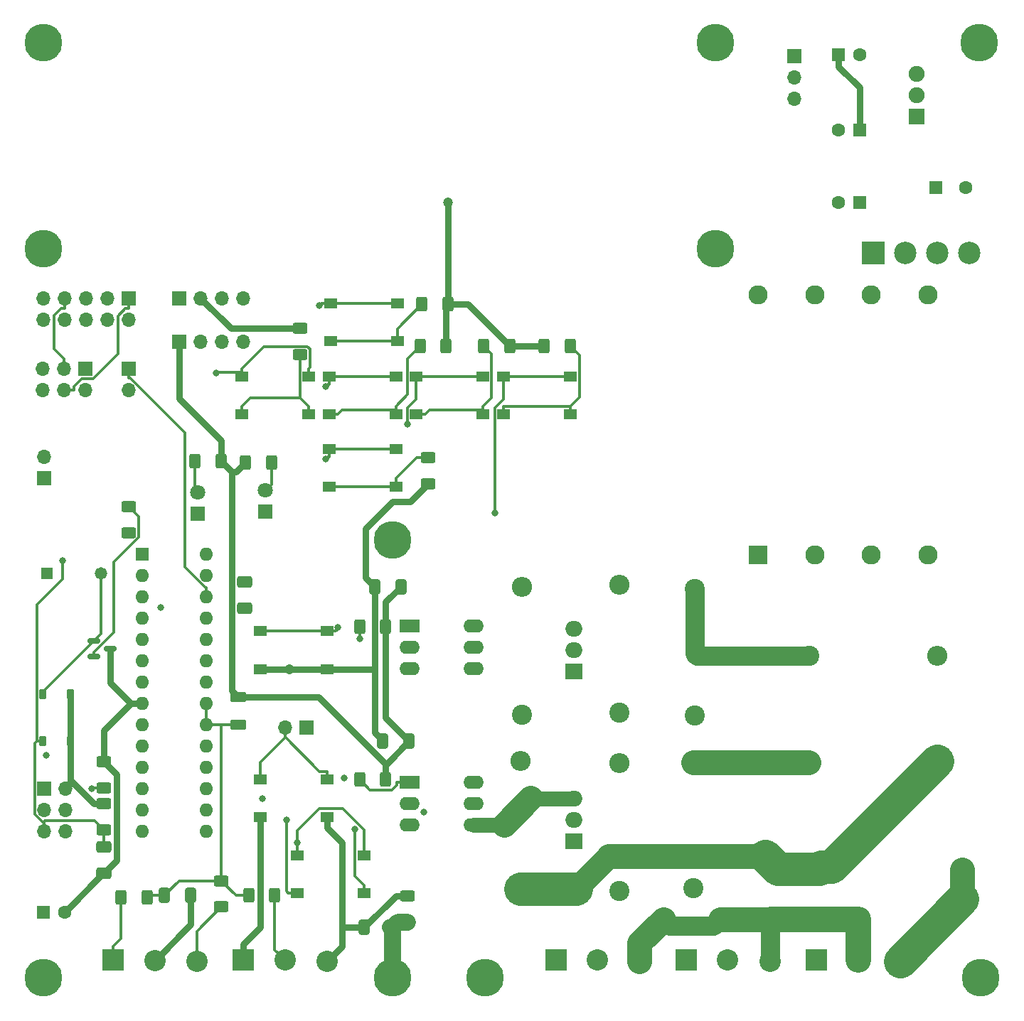
<source format=gbr>
%TF.GenerationSoftware,KiCad,Pcbnew,7.0.9*%
%TF.CreationDate,2025-01-17T20:12:22+02:00*%
%TF.ProjectId,varaajamonitori,76617261-616a-4616-9d6f-6e69746f7269,rev?*%
%TF.SameCoordinates,Original*%
%TF.FileFunction,Copper,L1,Top*%
%TF.FilePolarity,Positive*%
%FSLAX46Y46*%
G04 Gerber Fmt 4.6, Leading zero omitted, Abs format (unit mm)*
G04 Created by KiCad (PCBNEW 7.0.9) date 2025-01-17 20:12:22*
%MOMM*%
%LPD*%
G01*
G04 APERTURE LIST*
G04 Aperture macros list*
%AMRoundRect*
0 Rectangle with rounded corners*
0 $1 Rounding radius*
0 $2 $3 $4 $5 $6 $7 $8 $9 X,Y pos of 4 corners*
0 Add a 4 corners polygon primitive as box body*
4,1,4,$2,$3,$4,$5,$6,$7,$8,$9,$2,$3,0*
0 Add four circle primitives for the rounded corners*
1,1,$1+$1,$2,$3*
1,1,$1+$1,$4,$5*
1,1,$1+$1,$6,$7*
1,1,$1+$1,$8,$9*
0 Add four rect primitives between the rounded corners*
20,1,$1+$1,$2,$3,$4,$5,0*
20,1,$1+$1,$4,$5,$6,$7,0*
20,1,$1+$1,$6,$7,$8,$9,0*
20,1,$1+$1,$8,$9,$2,$3,0*%
G04 Aperture macros list end*
%TA.AperFunction,ComponentPad*%
%ADD10R,2.670000X2.670000*%
%TD*%
%TA.AperFunction,ComponentPad*%
%ADD11C,2.670000*%
%TD*%
%TA.AperFunction,ComponentPad*%
%ADD12R,2.540000X2.540000*%
%TD*%
%TA.AperFunction,ComponentPad*%
%ADD13C,2.540000*%
%TD*%
%TA.AperFunction,SMDPad,CuDef*%
%ADD14R,1.550000X1.300000*%
%TD*%
%TA.AperFunction,SMDPad,CuDef*%
%ADD15RoundRect,0.250000X-0.400000X-0.625000X0.400000X-0.625000X0.400000X0.625000X-0.400000X0.625000X0*%
%TD*%
%TA.AperFunction,SMDPad,CuDef*%
%ADD16RoundRect,0.250000X0.400000X0.625000X-0.400000X0.625000X-0.400000X-0.625000X0.400000X-0.625000X0*%
%TD*%
%TA.AperFunction,ComponentPad*%
%ADD17R,2.400000X1.600000*%
%TD*%
%TA.AperFunction,ComponentPad*%
%ADD18O,2.400000X1.600000*%
%TD*%
%TA.AperFunction,SMDPad,CuDef*%
%ADD19RoundRect,0.250000X-0.625000X0.400000X-0.625000X-0.400000X0.625000X-0.400000X0.625000X0.400000X0*%
%TD*%
%TA.AperFunction,ComponentPad*%
%ADD20R,1.600000X1.600000*%
%TD*%
%TA.AperFunction,ComponentPad*%
%ADD21O,1.600000X1.600000*%
%TD*%
%TA.AperFunction,ComponentPad*%
%ADD22R,1.800000X1.800000*%
%TD*%
%TA.AperFunction,ComponentPad*%
%ADD23C,1.800000*%
%TD*%
%TA.AperFunction,ComponentPad*%
%ADD24C,2.400000*%
%TD*%
%TA.AperFunction,ComponentPad*%
%ADD25O,2.400000X2.400000*%
%TD*%
%TA.AperFunction,ComponentPad*%
%ADD26R,1.700000X1.700000*%
%TD*%
%TA.AperFunction,ComponentPad*%
%ADD27O,1.700000X1.700000*%
%TD*%
%TA.AperFunction,SMDPad,CuDef*%
%ADD28RoundRect,0.250000X0.412500X0.650000X-0.412500X0.650000X-0.412500X-0.650000X0.412500X-0.650000X0*%
%TD*%
%TA.AperFunction,SMDPad,CuDef*%
%ADD29RoundRect,0.250000X0.625000X-0.400000X0.625000X0.400000X-0.625000X0.400000X-0.625000X-0.400000X0*%
%TD*%
%TA.AperFunction,ComponentPad*%
%ADD30C,4.500000*%
%TD*%
%TA.AperFunction,SMDPad,CuDef*%
%ADD31RoundRect,0.250000X-0.650000X0.412500X-0.650000X-0.412500X0.650000X-0.412500X0.650000X0.412500X0*%
%TD*%
%TA.AperFunction,ComponentPad*%
%ADD32R,1.980000X1.980000*%
%TD*%
%TA.AperFunction,ComponentPad*%
%ADD33C,1.980000*%
%TD*%
%TA.AperFunction,SMDPad,CuDef*%
%ADD34RoundRect,0.250000X-0.700000X0.362500X-0.700000X-0.362500X0.700000X-0.362500X0.700000X0.362500X0*%
%TD*%
%TA.AperFunction,ComponentPad*%
%ADD35R,2.286000X2.286000*%
%TD*%
%TA.AperFunction,ComponentPad*%
%ADD36C,2.286000*%
%TD*%
%TA.AperFunction,SMDPad,CuDef*%
%ADD37RoundRect,0.250000X-0.412500X-0.650000X0.412500X-0.650000X0.412500X0.650000X-0.412500X0.650000X0*%
%TD*%
%TA.AperFunction,SMDPad,CuDef*%
%ADD38RoundRect,0.150000X-0.587500X-0.150000X0.587500X-0.150000X0.587500X0.150000X-0.587500X0.150000X0*%
%TD*%
%TA.AperFunction,ComponentPad*%
%ADD39R,1.910000X1.910000*%
%TD*%
%TA.AperFunction,ComponentPad*%
%ADD40C,1.910000*%
%TD*%
%TA.AperFunction,ComponentPad*%
%ADD41C,1.600000*%
%TD*%
%TA.AperFunction,ComponentPad*%
%ADD42R,1.473200X1.473200*%
%TD*%
%TA.AperFunction,ComponentPad*%
%ADD43C,1.473200*%
%TD*%
%TA.AperFunction,SMDPad,CuDef*%
%ADD44RoundRect,0.225000X0.225000X0.375000X-0.225000X0.375000X-0.225000X-0.375000X0.225000X-0.375000X0*%
%TD*%
%TA.AperFunction,ComponentPad*%
%ADD45R,2.000000X1.905000*%
%TD*%
%TA.AperFunction,ComponentPad*%
%ADD46O,2.000000X1.905000*%
%TD*%
%TA.AperFunction,ViaPad*%
%ADD47C,0.800000*%
%TD*%
%TA.AperFunction,ViaPad*%
%ADD48C,1.200000*%
%TD*%
%TA.AperFunction,Conductor*%
%ADD49C,0.300000*%
%TD*%
%TA.AperFunction,Conductor*%
%ADD50C,2.000000*%
%TD*%
%TA.AperFunction,Conductor*%
%ADD51C,4.000000*%
%TD*%
%TA.AperFunction,Conductor*%
%ADD52C,3.000000*%
%TD*%
%TA.AperFunction,Conductor*%
%ADD53C,2.800000*%
%TD*%
%TA.AperFunction,Conductor*%
%ADD54C,3.048000*%
%TD*%
%TA.AperFunction,Conductor*%
%ADD55C,2.286000*%
%TD*%
%TA.AperFunction,Conductor*%
%ADD56C,0.800000*%
%TD*%
%TA.AperFunction,Conductor*%
%ADD57C,1.800000*%
%TD*%
%TA.AperFunction,Conductor*%
%ADD58C,1.524000*%
%TD*%
G04 APERTURE END LIST*
D10*
%TO.P,D5,1,+*%
%TO.N,/5V1DIRTY*%
X150390000Y-59600000D03*
D11*
%TO.P,D5,2,AC*%
%TO.N,Net-(D5-AC-Pad2)*%
X154200000Y-59600000D03*
%TO.P,D5,3,AC*%
%TO.N,Net-(D5-AC-Pad3)*%
X158010000Y-59600000D03*
%TO.P,D5,4,-*%
%TO.N,GND*%
X161820000Y-59600000D03*
%TD*%
D12*
%TO.P,J1,1,Pin_1*%
%TO.N,Earth_Protective*%
X143617780Y-143855260D03*
D13*
%TO.P,J1,2,Pin_2*%
%TO.N,GNDREF*%
X148600000Y-143908600D03*
%TO.P,J1,3,Pin_3*%
%TO.N,/0-wire*%
X153600000Y-144000040D03*
%TD*%
D12*
%TO.P,J4,1,Pin_1*%
%TO.N,/sensor1*%
X59917780Y-143863860D03*
D13*
%TO.P,J4,2,Pin_2*%
%TO.N,GND*%
X64900000Y-143917200D03*
%TO.P,J4,3,Pin_3*%
%TO.N,/sensor2*%
X69900000Y-144008640D03*
%TD*%
D12*
%TO.P,J5,1,Pin_1*%
%TO.N,GND*%
X75417780Y-143855260D03*
D13*
%TO.P,J5,2,Pin_2*%
%TO.N,/sensor3*%
X80400000Y-143908600D03*
%TO.P,J5,3,Pin_3*%
%TO.N,GND*%
X85400000Y-144000040D03*
%TD*%
D12*
%TO.P,J6,1,Pin_1*%
%TO.N,Earth_Protective*%
X128117780Y-143855260D03*
D13*
%TO.P,J6,2,Pin_2*%
%TO.N,/TRIAC AC M1*%
X133100000Y-143908600D03*
%TO.P,J6,3,Pin_3*%
%TO.N,GNDREF*%
X138100000Y-144000040D03*
%TD*%
D12*
%TO.P,J7,1,Pin_1*%
%TO.N,Earth_Protective*%
X112617780Y-143855260D03*
D13*
%TO.P,J7,2,Pin_2*%
%TO.N,/TRIAC AC M2*%
X117600000Y-143908600D03*
%TO.P,J7,3,Pin_3*%
%TO.N,GNDREF*%
X122600000Y-144000040D03*
%TD*%
D14*
%TO.P,SW2,1,1*%
%TO.N,/DwnSw*%
X85625000Y-82950000D03*
X93575000Y-82950000D03*
%TO.P,SW2,2,2*%
%TO.N,Net-(R22-Pad1)*%
X85625000Y-87450000D03*
X93575000Y-87450000D03*
%TD*%
D15*
%TO.P,R23,1*%
%TO.N,Net-(R23-Pad1)*%
X96650000Y-65750000D03*
%TO.P,R23,2*%
%TO.N,GND*%
X99750000Y-65750000D03*
%TD*%
D16*
%TO.P,R4,1*%
%TO.N,Net-(R4-Pad1)*%
X114350000Y-70750000D03*
%TO.P,R4,2*%
%TO.N,GND*%
X111250000Y-70750000D03*
%TD*%
D17*
%TO.P,U7,1*%
%TO.N,Net-(R9-Pad1)*%
X95175000Y-122675000D03*
D18*
%TO.P,U7,2*%
%TO.N,/driver-M2*%
X95175000Y-125215000D03*
%TO.P,U7,3,NC*%
%TO.N,unconnected-(U7-NC-Pad3)*%
X95175000Y-127755000D03*
%TO.P,U7,4*%
%TO.N,/M2B*%
X102795000Y-127755000D03*
%TO.P,U7,5,NC*%
%TO.N,unconnected-(U7-NC-Pad5)*%
X102795000Y-125215000D03*
%TO.P,U7,6*%
%TO.N,/M2A*%
X102795000Y-122675000D03*
%TD*%
D15*
%TO.P,R12,1*%
%TO.N,Net-(D2-A)*%
X69650000Y-84400000D03*
%TO.P,R12,2*%
%TO.N,VDD*%
X72750000Y-84400000D03*
%TD*%
D19*
%TO.P,R5,1*%
%TO.N,/AVCC*%
X72800000Y-134450000D03*
%TO.P,R5,2*%
%TO.N,/sensor2*%
X72800000Y-137550000D03*
%TD*%
D20*
%TO.P,U1,1,~{RESET}/PC6*%
%TO.N,/~{RESET}*%
X63400000Y-95500000D03*
D21*
%TO.P,U1,2,PD0*%
%TO.N,/RX*%
X63400000Y-98040000D03*
%TO.P,U1,3,PD1*%
%TO.N,/TX*%
X63400000Y-100580000D03*
%TO.P,U1,4,PD2*%
%TO.N,/driver-M1*%
X63400000Y-103120000D03*
%TO.P,U1,5,PD3*%
%TO.N,/driver-M2*%
X63400000Y-105660000D03*
%TO.P,U1,6,PD4*%
%TO.N,/SELB*%
X63400000Y-108200000D03*
%TO.P,U1,7,VCC*%
%TO.N,VDD*%
X63400000Y-110740000D03*
%TO.P,U1,8,GND*%
%TO.N,GND*%
X63400000Y-113280000D03*
%TO.P,U1,9,XTAL1/PB6*%
%TO.N,unconnected-(U1-XTAL1{slash}PB6-Pad9)*%
X63400000Y-115820000D03*
%TO.P,U1,10,XTAL2/PB7*%
%TO.N,unconnected-(U1-XTAL2{slash}PB7-Pad10)*%
X63400000Y-118360000D03*
%TO.P,U1,11,PD5*%
%TO.N,/LeftSw*%
X63400000Y-120900000D03*
%TO.P,U1,12,PD6*%
%TO.N,/SelSw*%
X63400000Y-123440000D03*
%TO.P,U1,13,PD7*%
%TO.N,/RetSw*%
X63400000Y-125980000D03*
%TO.P,U1,14,PB0*%
%TO.N,/UpSw*%
X63400000Y-128520000D03*
%TO.P,U1,15,PB1*%
%TO.N,/DwnSw*%
X71020000Y-128520000D03*
%TO.P,U1,16,PB2*%
%TO.N,/RightSw*%
X71020000Y-125980000D03*
%TO.P,U1,17,PB3*%
%TO.N,/MOSI*%
X71020000Y-123440000D03*
%TO.P,U1,18,PB4*%
%TO.N,/MISO*%
X71020000Y-120900000D03*
%TO.P,U1,19,PB5*%
%TO.N,/SCK*%
X71020000Y-118360000D03*
%TO.P,U1,20,AVCC*%
%TO.N,/AVCC*%
X71020000Y-115820000D03*
%TO.P,U1,21,AREF*%
X71020000Y-113280000D03*
%TO.P,U1,22,GND*%
%TO.N,GND*%
X71020000Y-110740000D03*
%TO.P,U1,23,PC0*%
%TO.N,/sensor1*%
X71020000Y-108200000D03*
%TO.P,U1,24,PC1*%
%TO.N,/sensor2*%
X71020000Y-105660000D03*
%TO.P,U1,25,PC2*%
%TO.N,/sensor3*%
X71020000Y-103120000D03*
%TO.P,U1,26,PC3*%
%TO.N,/SELA*%
X71020000Y-100580000D03*
%TO.P,U1,27,PC4*%
%TO.N,/SDA*%
X71020000Y-98040000D03*
%TO.P,U1,28,PC5*%
%TO.N,/SCL*%
X71020000Y-95500000D03*
%TD*%
D22*
%TO.P,D2,1,K*%
%TO.N,/TX*%
X70000000Y-90675000D03*
D23*
%TO.P,D2,2,A*%
%TO.N,Net-(D2-A)*%
X70000000Y-88135000D03*
%TD*%
D24*
%TO.P,R16,1*%
%TO.N,/TRIAC AC M2*%
X120200000Y-135620000D03*
D25*
%TO.P,R16,2*%
%TO.N,/M2B*%
X120200000Y-120380000D03*
%TD*%
D26*
%TO.P,J9,1,Pin_1*%
%TO.N,VDD*%
X67800000Y-70200000D03*
D27*
%TO.P,J9,2,Pin_2*%
%TO.N,GND*%
X70340000Y-70200000D03*
%TO.P,J9,3,Pin_3*%
%TO.N,/SCL*%
X72880000Y-70200000D03*
%TO.P,J9,4,Pin_4*%
%TO.N,/SDA*%
X75420000Y-70200000D03*
%TD*%
D28*
%TO.P,C9,1*%
%TO.N,VDD*%
X95162500Y-117800000D03*
%TO.P,C9,2*%
%TO.N,GND*%
X92037500Y-117800000D03*
%TD*%
D19*
%TO.P,R22,1*%
%TO.N,Net-(R22-Pad1)*%
X97400000Y-84000000D03*
%TO.P,R22,2*%
%TO.N,GND*%
X97400000Y-87100000D03*
%TD*%
D29*
%TO.P,R2,1*%
%TO.N,Earth_Protective*%
X95000000Y-139350000D03*
%TO.P,R2,2*%
%TO.N,GND*%
X95000000Y-136250000D03*
%TD*%
D30*
%TO.P,Top2,1,Pin_1*%
%TO.N,Earth_Protective*%
X163000000Y-34600000D03*
%TD*%
%TO.P,J2,1,Pin_1*%
%TO.N,Earth_Protective*%
X51600000Y-59100000D03*
X131600000Y-34600000D03*
X131600000Y-59100000D03*
%TD*%
D24*
%TO.P,R20,1*%
%TO.N,Net-(C11-Pad1)*%
X142780000Y-120200000D03*
D25*
%TO.P,R20,2*%
%TO.N,AC*%
X158020000Y-120200000D03*
%TD*%
D17*
%TO.P,U6,1*%
%TO.N,Net-(R11-Pad1)*%
X95175000Y-104075000D03*
D18*
%TO.P,U6,2*%
%TO.N,/driver-M1*%
X95175000Y-106615000D03*
%TO.P,U6,3,NC*%
%TO.N,unconnected-(U6-NC-Pad3)*%
X95175000Y-109155000D03*
%TO.P,U6,4*%
%TO.N,/M1B*%
X102795000Y-109155000D03*
%TO.P,U6,5,NC*%
%TO.N,unconnected-(U6-NC-Pad5)*%
X102795000Y-106615000D03*
%TO.P,U6,6*%
%TO.N,/M1A*%
X102795000Y-104075000D03*
%TD*%
D31*
%TO.P,C5,1*%
%TO.N,Net-(C5-Pad1)*%
X75600000Y-98837500D03*
%TO.P,C5,2*%
%TO.N,Net-(D7-A)*%
X75600000Y-101962500D03*
%TD*%
D32*
%TO.P,F1,1*%
%TO.N,/0-wire*%
X160920000Y-133000000D03*
D33*
%TO.P,F1,2*%
%TO.N,AC*%
X139080000Y-133000000D03*
%TD*%
D22*
%TO.P,D4,1,K*%
%TO.N,/RX*%
X78000000Y-90475000D03*
D23*
%TO.P,D4,2,A*%
%TO.N,Net-(D4-A)*%
X78000000Y-87935000D03*
%TD*%
D26*
%TO.P,J13,1,Pin_1*%
%TO.N,/SELA*%
X61740000Y-73400000D03*
D27*
%TO.P,J13,2,Pin_2*%
%TO.N,/SELB*%
X61740000Y-75940000D03*
%TD*%
D31*
%TO.P,C16,1*%
%TO.N,/~{RESET}*%
X58800000Y-130437500D03*
%TO.P,C16,2*%
%TO.N,GND*%
X58800000Y-133562500D03*
%TD*%
D26*
%TO.P,JP2,1,A*%
%TO.N,+5V*%
X141000000Y-36200000D03*
D27*
%TO.P,JP2,2,C*%
%TO.N,VDD*%
X141000000Y-38740000D03*
%TO.P,JP2,3,B*%
%TO.N,unconnected-(JP2-B-Pad3)*%
X141000000Y-41280000D03*
%TD*%
D34*
%TO.P,L1,1,1*%
%TO.N,VDD*%
X74800000Y-112537500D03*
%TO.P,L1,2,2*%
%TO.N,/AVCC*%
X74800000Y-115862500D03*
%TD*%
D30*
%TO.P,Bottom3,1,Pin_1*%
%TO.N,Earth_Protective*%
X51600000Y-146000000D03*
%TD*%
D14*
%TO.P,SW4,1,1*%
%TO.N,/LeftSw*%
X75225000Y-74350000D03*
X83175000Y-74350000D03*
%TO.P,SW4,2,2*%
%TO.N,Net-(R13-Pad1)*%
X75225000Y-78850000D03*
X83175000Y-78850000D03*
%TD*%
D26*
%TO.P,J10,1,Pin_1*%
%TO.N,VDD*%
X67800000Y-65000000D03*
D27*
%TO.P,J10,2,Pin_2*%
%TO.N,GND*%
X70340000Y-65000000D03*
%TO.P,J10,3,Pin_3*%
%TO.N,/SCL*%
X72880000Y-65000000D03*
%TO.P,J10,4,Pin_4*%
%TO.N,/SDA*%
X75420000Y-65000000D03*
%TD*%
D35*
%TO.P,T1,1*%
%TO.N,GNDREF*%
X136738000Y-95600000D03*
D36*
%TO.P,T1,2*%
%TO.N,/ACT*%
X143469000Y-95600000D03*
%TO.P,T1,3*%
X150200000Y-95600000D03*
%TO.P,T1,4*%
%TO.N,AC*%
X156931000Y-95600000D03*
%TO.P,T1,5*%
%TO.N,Net-(D5-AC-Pad2)*%
X136738000Y-64612000D03*
%TO.P,T1,6*%
%TO.N,Net-(D5-AC-Pad3)*%
X143469000Y-64612000D03*
%TO.P,T1,7*%
%TO.N,Net-(D5-AC-Pad2)*%
X150200000Y-64612000D03*
%TO.P,T1,8*%
%TO.N,Net-(D5-AC-Pad3)*%
X156931000Y-64612000D03*
%TD*%
D15*
%TO.P,R6,1*%
%TO.N,Net-(R6-Pad1)*%
X96450000Y-70750000D03*
%TO.P,R6,2*%
%TO.N,GND*%
X99550000Y-70750000D03*
%TD*%
%TO.P,R14,1*%
%TO.N,/AVCC*%
X76050000Y-136200000D03*
%TO.P,R14,2*%
%TO.N,/sensor3*%
X79150000Y-136200000D03*
%TD*%
D14*
%TO.P,SW7,1,1*%
%TO.N,/~{RESET}*%
X81850000Y-131400000D03*
X89800000Y-131400000D03*
%TO.P,SW7,2,2*%
%TO.N,Net-(R1-Pad1)*%
X81850000Y-135900000D03*
X89800000Y-135900000D03*
%TD*%
D26*
%TO.P,J14,1,Pin_1*%
%TO.N,/driver-M1*%
X82940000Y-116200000D03*
D27*
%TO.P,J14,2,Pin_2*%
%TO.N,/driver-M2*%
X80400000Y-116200000D03*
%TD*%
D14*
%TO.P,SW5,1,1*%
%TO.N,/SelSw*%
X85625000Y-74350000D03*
X93575000Y-74350000D03*
%TO.P,SW5,2,2*%
%TO.N,Net-(R6-Pad1)*%
X85625000Y-78850000D03*
X93575000Y-78850000D03*
%TD*%
D24*
%TO.P,R17,1*%
%TO.N,AC*%
X108600000Y-114640000D03*
D25*
%TO.P,R17,2*%
%TO.N,/M1A*%
X108600000Y-99400000D03*
%TD*%
D30*
%TO.P,Bottom2,1,Pin_1*%
%TO.N,Earth_Protective*%
X163200000Y-146000000D03*
%TD*%
D14*
%TO.P,SW1,1,1*%
%TO.N,/UpSw*%
X85800000Y-65650000D03*
X93750000Y-65650000D03*
%TO.P,SW1,2,2*%
%TO.N,Net-(R23-Pad1)*%
X85800000Y-70150000D03*
X93750000Y-70150000D03*
%TD*%
D37*
%TO.P,C13,1*%
%TO.N,/AVCC*%
X66037500Y-136200000D03*
%TO.P,C13,2*%
%TO.N,GND*%
X69162500Y-136200000D03*
%TD*%
D29*
%TO.P,R7,1*%
%TO.N,/PB2*%
X61800000Y-92950000D03*
%TO.P,R7,2*%
%TO.N,Net-(Q5-B)*%
X61800000Y-89850000D03*
%TD*%
D15*
%TO.P,R21,1*%
%TO.N,Net-(R21-Pad1)*%
X104050000Y-70750000D03*
%TO.P,R21,2*%
%TO.N,GND*%
X107150000Y-70750000D03*
%TD*%
D38*
%TO.P,Q5,1,C*%
%TO.N,Net-(BZ1-+)*%
X57662500Y-105850000D03*
%TO.P,Q5,2,B*%
%TO.N,Net-(Q5-B)*%
X57662500Y-107750000D03*
%TO.P,Q5,3,E*%
%TO.N,GND*%
X59537500Y-106800000D03*
%TD*%
D39*
%TO.P,U3,1,INPUT*%
%TO.N,/5V1DIRTY*%
X155568000Y-43350000D03*
D40*
%TO.P,U3,2,GROUND*%
%TO.N,GND*%
X155568000Y-40800000D03*
%TO.P,U3,3,OUTPUT*%
%TO.N,+5V*%
X155568000Y-38250000D03*
%TD*%
D15*
%TO.P,R11,1*%
%TO.N,Net-(R11-Pad1)*%
X89250000Y-104200000D03*
%TO.P,R11,2*%
%TO.N,VDD*%
X92350000Y-104200000D03*
%TD*%
D16*
%TO.P,R24,1*%
%TO.N,Net-(D4-A)*%
X78750000Y-84600000D03*
%TO.P,R24,2*%
%TO.N,VDD*%
X75650000Y-84600000D03*
%TD*%
D28*
%TO.P,C8,1*%
%TO.N,VDD*%
X94162500Y-99400000D03*
%TO.P,C8,2*%
%TO.N,GND*%
X91037500Y-99400000D03*
%TD*%
D20*
%TO.P,C2,1*%
%TO.N,VDD*%
X51617600Y-138200000D03*
D41*
%TO.P,C2,2*%
%TO.N,GND*%
X54117600Y-138200000D03*
%TD*%
D26*
%TO.P,J8,1,MOSI*%
%TO.N,/MOSI*%
X61740000Y-65060000D03*
D27*
%TO.P,J8,2,VCC*%
%TO.N,VDD*%
X61740000Y-67600000D03*
%TO.P,J8,3,NC*%
%TO.N,unconnected-(J8-NC-Pad3)*%
X59200000Y-65060000D03*
%TO.P,J8,4,GND*%
%TO.N,GND*%
X59200000Y-67600000D03*
%TO.P,J8,5,~{RST}*%
%TO.N,/~{RESET}*%
X56660000Y-65060000D03*
%TO.P,J8,6,GND*%
%TO.N,GND*%
X56660000Y-67600000D03*
%TO.P,J8,7,SCK*%
%TO.N,/SCK*%
X54120000Y-65060000D03*
%TO.P,J8,8,GND*%
%TO.N,GND*%
X54120000Y-67600000D03*
%TO.P,J8,9,MISO*%
%TO.N,/MISO*%
X51580000Y-65060000D03*
%TO.P,J8,10,GND*%
%TO.N,GND*%
X51580000Y-67600000D03*
%TD*%
D42*
%TO.P,BZ1,1,-*%
%TO.N,VDD*%
X52000000Y-97800000D03*
D43*
%TO.P,BZ1,2,+*%
%TO.N,Net-(BZ1-+)*%
X58500001Y-97800000D03*
%TD*%
D20*
%TO.P,C7,1*%
%TO.N,+5V*%
X148782400Y-53600000D03*
D41*
%TO.P,C7,2*%
%TO.N,GND*%
X146282400Y-53600000D03*
%TD*%
D44*
%TO.P,D3,1,K*%
%TO.N,VDD*%
X54850000Y-117800000D03*
%TO.P,D3,2,A*%
%TO.N,/~{RESET}*%
X51550000Y-117800000D03*
%TD*%
D14*
%TO.P,SW6,1,1*%
%TO.N,/RetSw*%
X106400000Y-74350000D03*
X114350000Y-74350000D03*
%TO.P,SW6,2,2*%
%TO.N,Net-(R4-Pad1)*%
X106400000Y-78850000D03*
X114350000Y-78850000D03*
%TD*%
D24*
%TO.P,R18,1*%
%TO.N,AC*%
X108400000Y-135420000D03*
D25*
%TO.P,R18,2*%
%TO.N,/M2A*%
X108400000Y-120180000D03*
%TD*%
D14*
%TO.P,SW9,1,1*%
%TO.N,/driver-M2*%
X77425000Y-122350000D03*
X85375000Y-122350000D03*
%TO.P,SW9,2,2*%
%TO.N,GND*%
X77425000Y-126850000D03*
X85375000Y-126850000D03*
%TD*%
D20*
%TO.P,C4,1*%
%TO.N,/5V1DIRTY*%
X157900000Y-51800000D03*
D41*
%TO.P,C4,2*%
%TO.N,GND*%
X161400000Y-51800000D03*
%TD*%
D30*
%TO.P,Top1,1,Pin_1*%
%TO.N,Earth_Protective*%
X51600000Y-34600000D03*
%TD*%
D19*
%TO.P,R3,1*%
%TO.N,VDD*%
X58770000Y-125250000D03*
%TO.P,R3,2*%
%TO.N,/~{RESET}*%
X58770000Y-128350000D03*
%TD*%
D37*
%TO.P,C3,1*%
%TO.N,GND*%
X89837500Y-140000000D03*
%TO.P,C3,2*%
%TO.N,Earth_Protective*%
X92962500Y-140000000D03*
%TD*%
D26*
%TO.P,J12,1,MISO*%
%TO.N,/MISO*%
X56640000Y-73400000D03*
D27*
%TO.P,J12,2,VCC*%
%TO.N,VDD*%
X56640000Y-75940000D03*
%TO.P,J12,3,SCK*%
%TO.N,/SCK*%
X54100000Y-73400000D03*
%TO.P,J12,4,MOSI*%
%TO.N,/MOSI*%
X54100000Y-75940000D03*
%TO.P,J12,5,~{RST}*%
%TO.N,/~{RESET}*%
X51560000Y-73400000D03*
%TO.P,J12,6,GND*%
%TO.N,GND*%
X51560000Y-75940000D03*
%TD*%
D24*
%TO.P,C11,1*%
%TO.N,Net-(C11-Pad1)*%
X129000000Y-120300000D03*
%TO.P,C11,2*%
%TO.N,/TRIAC AC M2*%
X129000000Y-135300000D03*
%TD*%
D14*
%TO.P,SW8,1,1*%
%TO.N,/driver-M1*%
X77425000Y-104700000D03*
X85375000Y-104700000D03*
%TO.P,SW8,2,2*%
%TO.N,GND*%
X77425000Y-109200000D03*
X85375000Y-109200000D03*
%TD*%
D26*
%TO.P,J11,1,Pin_1*%
%TO.N,/TX*%
X51725000Y-86475000D03*
D27*
%TO.P,J11,2,Pin_2*%
%TO.N,/RX*%
X51725000Y-83935000D03*
%TD*%
D24*
%TO.P,C10,1*%
%TO.N,Net-(C10-Pad1)*%
X129200000Y-99700000D03*
%TO.P,C10,2*%
%TO.N,/TRIAC AC M1*%
X129200000Y-114700000D03*
%TD*%
D14*
%TO.P,SW3,1,1*%
%TO.N,/RightSw*%
X96000000Y-74350000D03*
X103950000Y-74350000D03*
%TO.P,SW3,2,2*%
%TO.N,Net-(R21-Pad1)*%
X96000000Y-78850000D03*
X103950000Y-78850000D03*
%TD*%
D16*
%TO.P,R10,1*%
%TO.N,/AVCC*%
X63950000Y-136400000D03*
%TO.P,R10,2*%
%TO.N,/sensor1*%
X60850000Y-136400000D03*
%TD*%
D24*
%TO.P,R19,1*%
%TO.N,Net-(C10-Pad1)*%
X142780000Y-107600000D03*
D25*
%TO.P,R19,2*%
%TO.N,AC*%
X158020000Y-107600000D03*
%TD*%
D24*
%TO.P,R15,1*%
%TO.N,/TRIAC AC M1*%
X120200000Y-114420000D03*
D25*
%TO.P,R15,2*%
%TO.N,/M1B*%
X120200000Y-99180000D03*
%TD*%
D30*
%TO.P,Mid1,1,Pin_1*%
%TO.N,Earth_Protective*%
X93200000Y-93800000D03*
%TD*%
D29*
%TO.P,R1,1*%
%TO.N,Net-(R1-Pad1)*%
X58800000Y-123350000D03*
%TO.P,R1,2*%
%TO.N,GND*%
X58800000Y-120250000D03*
%TD*%
D26*
%TO.P,J3,1,MISO*%
%TO.N,/MISO*%
X51725000Y-123475000D03*
D27*
%TO.P,J3,2,VCC*%
%TO.N,VDD*%
X54265000Y-123475000D03*
%TO.P,J3,3,SCK*%
%TO.N,/SCK*%
X51725000Y-126015000D03*
%TO.P,J3,4,MOSI*%
%TO.N,/MOSI*%
X54265000Y-126015000D03*
%TO.P,J3,5,~{RST}*%
%TO.N,/~{RESET}*%
X51725000Y-128555000D03*
%TO.P,J3,6,GND*%
%TO.N,GND*%
X54265000Y-128555000D03*
%TD*%
D45*
%TO.P,Q3,1,A1*%
%TO.N,/TRIAC AC M1*%
X114800000Y-109500000D03*
D46*
%TO.P,Q3,2,A2*%
%TO.N,AC*%
X114800000Y-106960000D03*
%TO.P,Q3,3,G*%
%TO.N,/M1B*%
X114800000Y-104420000D03*
%TD*%
D30*
%TO.P,Bottom4,1,Pin_1*%
%TO.N,Earth_Protective*%
X104200000Y-146000000D03*
%TD*%
D44*
%TO.P,D1,1,K*%
%TO.N,VDD*%
X54850000Y-112200000D03*
%TO.P,D1,2,A*%
%TO.N,Net-(BZ1-+)*%
X51550000Y-112200000D03*
%TD*%
D20*
%TO.P,C6,1*%
%TO.N,+5V*%
X148782400Y-45000000D03*
D41*
%TO.P,C6,2*%
%TO.N,GND*%
X146282400Y-45000000D03*
%TD*%
D45*
%TO.P,Q4,1,A1*%
%TO.N,/TRIAC AC M2*%
X114745000Y-129740000D03*
D46*
%TO.P,Q4,2,A2*%
%TO.N,AC*%
X114745000Y-127200000D03*
%TO.P,Q4,3,G*%
%TO.N,/M2B*%
X114745000Y-124660000D03*
%TD*%
D30*
%TO.P,Bottom1,1,Pin_1*%
%TO.N,Earth_Protective*%
X93200000Y-146000000D03*
%TD*%
D20*
%TO.P,C1,1*%
%TO.N,+5V*%
X146300000Y-36000000D03*
D41*
%TO.P,C1,2*%
%TO.N,GND*%
X148800000Y-36000000D03*
%TD*%
D15*
%TO.P,R9,1*%
%TO.N,Net-(R9-Pad1)*%
X89250000Y-122400000D03*
%TO.P,R9,2*%
%TO.N,VDD*%
X92350000Y-122400000D03*
%TD*%
D29*
%TO.P,R13,1*%
%TO.N,Net-(R13-Pad1)*%
X82200000Y-71700000D03*
%TO.P,R13,2*%
%TO.N,GND*%
X82200000Y-68600000D03*
%TD*%
D47*
%TO.N,/driver-M1*%
X86675300Y-104220000D03*
%TO.N,/SCK*%
X51974500Y-119460000D03*
%TO.N,/~{RESET}*%
X81850000Y-129886400D03*
X53873600Y-96322600D03*
D48*
%TO.N,GND*%
X99750000Y-53600000D03*
X80928700Y-109200000D03*
D47*
%TO.N,Net-(R1-Pad1)*%
X88689900Y-128250100D03*
X80568800Y-127177900D03*
X57404900Y-123461900D03*
%TO.N,/UpSw*%
X84497000Y-65925500D03*
%TO.N,/DwnSw*%
X85204600Y-84148600D03*
X77723000Y-124622900D03*
%TO.N,/RightSw*%
X96932500Y-126276800D03*
X94973100Y-80002100D03*
%TO.N,/LeftSw*%
X72218300Y-73951700D03*
%TO.N,/SelSw*%
X87415200Y-122170000D03*
X85242400Y-75506800D03*
%TO.N,/RetSw*%
X65593100Y-101850000D03*
X105373100Y-90650000D03*
%TO.N,Net-(R11-Pad1)*%
X89250000Y-105588300D03*
%TD*%
D49*
%TO.N,/driver-M2*%
X84499600Y-121400000D02*
X85375000Y-121400000D01*
X80400000Y-117350000D02*
X77425000Y-120325000D01*
X77425000Y-120325000D02*
X77425000Y-122350000D01*
X80400000Y-117225000D02*
X80400000Y-117300400D01*
X80400000Y-117300400D02*
X80400000Y-117350000D01*
X85375000Y-122350000D02*
X85375000Y-121400000D01*
X80400000Y-117300400D02*
X84499600Y-121400000D01*
X80400000Y-116200000D02*
X80400000Y-117225000D01*
D50*
%TO.N,Earth_Protective*%
X92962500Y-140000000D02*
X93200000Y-140000000D01*
X93850000Y-139350000D02*
X95000000Y-139350000D01*
X93200000Y-140000000D02*
X93200000Y-146000000D01*
X93200000Y-140000000D02*
X93850000Y-139350000D01*
D51*
%TO.N,AC*%
X145420000Y-132800000D02*
X144200000Y-132800000D01*
D52*
X137580000Y-131500000D02*
X118945988Y-131500000D01*
D51*
X144000000Y-133000000D02*
X139080000Y-133000000D01*
X158020000Y-120200000D02*
X145420000Y-132800000D01*
X144200000Y-132800000D02*
X144000000Y-133000000D01*
D53*
X118945988Y-131500000D02*
X115025988Y-135420000D01*
D51*
X115025988Y-135420000D02*
X108400000Y-135420000D01*
X139080000Y-133000000D02*
X137580000Y-131500000D01*
D54*
%TO.N,GNDREF*%
X148600000Y-139000000D02*
X138200000Y-139000000D01*
D55*
X125400000Y-139000000D02*
X126200000Y-139800000D01*
X131400000Y-139800000D02*
X132200000Y-139000000D01*
D52*
X125400000Y-139000000D02*
X122600000Y-141800000D01*
D55*
X138100000Y-144000040D02*
X138100000Y-139100000D01*
X138100000Y-139100000D02*
X138200000Y-139000000D01*
D52*
X138200000Y-139000000D02*
X132200000Y-139000000D01*
X122600000Y-141800000D02*
X122600000Y-144000040D01*
D54*
X148600000Y-143908600D02*
X148600000Y-139000000D01*
D55*
X126200000Y-139800000D02*
X131400000Y-139800000D01*
D49*
%TO.N,/driver-M1*%
X85375000Y-104700000D02*
X86450000Y-104700000D01*
X86675300Y-104474700D02*
X86675300Y-104220000D01*
X86450000Y-104700000D02*
X86675300Y-104474700D01*
X77425000Y-104700000D02*
X85375000Y-104700000D01*
%TO.N,/MOSI*%
X55250000Y-75582500D02*
X55250000Y-75940000D01*
X57498300Y-74620000D02*
X56212500Y-74620000D01*
X56212500Y-74620000D02*
X55250000Y-75582500D01*
X54100000Y-75940000D02*
X55250000Y-75940000D01*
X60470000Y-71648300D02*
X57498300Y-74620000D01*
X61740000Y-65060000D02*
X61740000Y-66210000D01*
X60470000Y-67120600D02*
X60470000Y-71648300D01*
X61740000Y-66210000D02*
X61380600Y-66210000D01*
X61380600Y-66210000D02*
X60470000Y-67120600D01*
%TO.N,/SCK*%
X52910000Y-71060000D02*
X52910000Y-67060500D01*
X54100000Y-72250000D02*
X52910000Y-71060000D01*
X52910000Y-67060500D02*
X53760500Y-66210000D01*
X54100000Y-73400000D02*
X54100000Y-72250000D01*
X53760500Y-66210000D02*
X54120000Y-66210000D01*
X54120000Y-65060000D02*
X54120000Y-66210000D01*
%TO.N,/~{RESET}*%
X50812400Y-117800000D02*
X50812400Y-101531000D01*
X51725000Y-128555000D02*
X51725000Y-127479900D01*
X81850000Y-129886400D02*
X81850000Y-128451100D01*
X58770000Y-130407500D02*
X58770000Y-128350000D01*
X51509400Y-127405000D02*
X50575800Y-126471400D01*
X81850000Y-128451100D02*
X84462200Y-125838900D01*
X50812400Y-101531000D02*
X53873600Y-98469800D01*
X58800000Y-130437500D02*
X58770000Y-130407500D01*
X84462200Y-125838900D02*
X87286800Y-125838900D01*
X51820400Y-127309600D02*
X57729600Y-127309600D01*
X81850000Y-131400000D02*
X81850000Y-129886400D01*
X51725000Y-127405000D02*
X51820400Y-127309600D01*
X89800000Y-128352100D02*
X89800000Y-131400000D01*
X57729600Y-127309600D02*
X58770000Y-128350000D01*
X50575800Y-118036600D02*
X50812400Y-117800000D01*
X87286800Y-125838900D02*
X89800000Y-128352100D01*
X53873600Y-98469800D02*
X53873600Y-96322600D01*
X51725000Y-127405000D02*
X51509400Y-127405000D01*
X50812400Y-117800000D02*
X51550000Y-117800000D01*
X50575800Y-126471400D02*
X50575800Y-118036600D01*
X51725000Y-127479900D02*
X51725000Y-127405000D01*
%TO.N,/sensor1*%
X59917800Y-143863900D02*
X59917800Y-142293900D01*
X60850000Y-141361700D02*
X59917800Y-142293900D01*
X60850000Y-136400000D02*
X60850000Y-141361700D01*
%TO.N,/sensor2*%
X72800000Y-137550000D02*
X69900000Y-140450000D01*
X69900000Y-140450000D02*
X69900000Y-144008600D01*
D56*
%TO.N,VDD*%
X92350000Y-101212500D02*
X92350000Y-104200000D01*
X92350000Y-120495700D02*
X84391800Y-112537500D01*
X92350000Y-120495700D02*
X92350000Y-122400000D01*
X57609300Y-125250000D02*
X58770000Y-125250000D01*
X94162500Y-99400000D02*
X92350000Y-101212500D01*
X74077900Y-85727900D02*
X74522100Y-85727900D01*
X84391800Y-112537500D02*
X74800000Y-112537500D01*
X67800000Y-70200000D02*
X67800000Y-76999000D01*
X54850000Y-112200000D02*
X54850000Y-117800000D01*
X95162500Y-117800000D02*
X92350000Y-114987500D01*
X92466800Y-120495700D02*
X92350000Y-120495700D01*
X54265000Y-123475000D02*
X55049700Y-122690300D01*
X74522100Y-85727900D02*
X75650000Y-84600000D01*
X74077900Y-111815400D02*
X74077900Y-85727900D01*
X54850000Y-117800000D02*
X54850000Y-122490700D01*
X67800000Y-76999000D02*
X72750000Y-81949000D01*
X54850000Y-122490700D02*
X55049700Y-122690300D01*
X74800000Y-112537500D02*
X74077900Y-111815400D01*
X92350000Y-114987500D02*
X92350000Y-104200000D01*
X72750000Y-81949000D02*
X72750000Y-84400000D01*
X74077900Y-85727900D02*
X72750000Y-84400000D01*
X95162500Y-117800000D02*
X92466800Y-120495700D01*
X55049700Y-122690300D02*
X57609300Y-125250000D01*
%TO.N,+5V*%
X148782400Y-45000000D02*
X148782400Y-39884300D01*
X146300000Y-36000000D02*
X146300000Y-37401900D01*
X148782400Y-39884300D02*
X146300000Y-37401900D01*
D57*
%TO.N,/M2B*%
X109660000Y-124660000D02*
X114745000Y-124660000D01*
D52*
X106445000Y-127755000D02*
X109600000Y-124600000D01*
D58*
X109600000Y-124600000D02*
X109660000Y-124660000D01*
D57*
X102795000Y-127755000D02*
X106445000Y-127755000D01*
D55*
%TO.N,Net-(C10-Pad1)*%
X129200000Y-107400000D02*
X129200000Y-99700000D01*
X129400000Y-107600000D02*
X129200000Y-107400000D01*
X142780000Y-107600000D02*
X129400000Y-107600000D01*
D49*
%TO.N,Net-(C11-Pad1)*%
X142680000Y-120300000D02*
X142780000Y-120200000D01*
X129100000Y-120200000D02*
X129000000Y-120300000D01*
D52*
X129000000Y-120300000D02*
X142680000Y-120300000D01*
D49*
%TO.N,Net-(BZ1-+)*%
X58500000Y-105012500D02*
X57662500Y-105850000D01*
X51550000Y-111962500D02*
X51550000Y-112200000D01*
X58500000Y-97800000D02*
X58500000Y-105012500D01*
X57662500Y-105850000D02*
X51550000Y-111962500D01*
%TO.N,Net-(Q5-B)*%
X57662500Y-107187500D02*
X57662500Y-107750000D01*
X62975200Y-91025200D02*
X62975200Y-93524800D01*
X62975200Y-93524800D02*
X60022300Y-96477700D01*
X60022300Y-104827700D02*
X57662500Y-107187500D01*
X61800000Y-89850000D02*
X62975200Y-91025200D01*
X60022300Y-96477700D02*
X60022300Y-104827700D01*
D55*
%TO.N,/0-wire*%
X161000000Y-133080000D02*
X160920000Y-133000000D01*
D51*
X153600000Y-144000040D02*
X161000000Y-136600040D01*
D52*
X161000000Y-136600040D02*
X161000000Y-133080000D01*
D56*
%TO.N,GND*%
X69162500Y-139654700D02*
X64900000Y-143917200D01*
X91037500Y-99400000D02*
X89934400Y-98296900D01*
X87162500Y-142237500D02*
X87162500Y-140000000D01*
X58800000Y-120250000D02*
X60312100Y-121762100D01*
X91037500Y-116800000D02*
X92037500Y-117800000D01*
X89934400Y-98296900D02*
X89934400Y-92456400D01*
X102150000Y-65750000D02*
X99750000Y-65750000D01*
X91037500Y-109200000D02*
X91037500Y-99400000D01*
X63400000Y-113280000D02*
X61998100Y-113280000D01*
X95262900Y-89237100D02*
X97400000Y-87100000D01*
X91037500Y-109200000D02*
X86751900Y-109200000D01*
X77425000Y-139976200D02*
X77425000Y-126850000D01*
X87162500Y-129889400D02*
X85375000Y-128101900D01*
X85375000Y-126850000D02*
X85375000Y-128101900D01*
X107150000Y-70750000D02*
X111250000Y-70750000D01*
X75417800Y-143855300D02*
X75417800Y-141983400D01*
X58800000Y-116478100D02*
X58800000Y-120250000D01*
X86063500Y-109200000D02*
X85375000Y-109200000D01*
X89837500Y-140000000D02*
X87162500Y-140000000D01*
X93587500Y-136250000D02*
X89837500Y-140000000D01*
X86063500Y-109200000D02*
X86751900Y-109200000D01*
X60312100Y-121762100D02*
X60312100Y-132050400D01*
X58755100Y-133562500D02*
X58800000Y-133562500D01*
X61998100Y-113280000D02*
X58800000Y-116478100D01*
X89934400Y-92456400D02*
X93153700Y-89237100D01*
X107150000Y-70750000D02*
X102150000Y-65750000D01*
X85400000Y-144000000D02*
X87162500Y-142237500D01*
X60312100Y-132050400D02*
X58800000Y-133562500D01*
X95000000Y-136250000D02*
X93587500Y-136250000D01*
X99750000Y-65750000D02*
X99750000Y-53600000D01*
X99550000Y-70750000D02*
X99550000Y-65950000D01*
X85375000Y-109200000D02*
X80928700Y-109200000D01*
X75417800Y-141983400D02*
X77425000Y-139976200D01*
X82200000Y-68600000D02*
X73940000Y-68600000D01*
X80928700Y-109200000D02*
X77425000Y-109200000D01*
X69162500Y-136200000D02*
X69162500Y-139654700D01*
X99550000Y-65950000D02*
X99750000Y-65750000D01*
X59537500Y-110819400D02*
X61998100Y-113280000D01*
X91037500Y-109200000D02*
X91037500Y-116800000D01*
X93153700Y-89237100D02*
X95262900Y-89237100D01*
X59537500Y-106800000D02*
X59537500Y-110819400D01*
X54117600Y-138200000D02*
X58755100Y-133562500D01*
X73940000Y-68600000D02*
X70340000Y-65000000D01*
X87162500Y-140000000D02*
X87162500Y-129889400D01*
D49*
%TO.N,Net-(R1-Pad1)*%
X58800000Y-123350000D02*
X57516800Y-123350000D01*
X80775000Y-135900000D02*
X80568800Y-135693800D01*
X81850000Y-135900000D02*
X80775000Y-135900000D01*
X89800000Y-134950000D02*
X88689900Y-133839900D01*
X88689900Y-133839900D02*
X88689900Y-128250100D01*
X80568800Y-135693800D02*
X80568800Y-127177900D01*
X57516800Y-123350000D02*
X57404900Y-123461900D01*
X89800000Y-135900000D02*
X89800000Y-134950000D01*
%TO.N,Net-(R4-Pad1)*%
X115413300Y-76836700D02*
X114350000Y-77900000D01*
X106400000Y-77900000D02*
X114350000Y-77900000D01*
X114350000Y-78850000D02*
X114350000Y-77900000D01*
X106400000Y-78850000D02*
X106400000Y-77900000D01*
X115413300Y-71813300D02*
X115413300Y-76836700D01*
X114350000Y-70750000D02*
X115413300Y-71813300D01*
%TO.N,Net-(R6-Pad1)*%
X85625000Y-78850000D02*
X86700000Y-78850000D01*
X96450000Y-70750000D02*
X94973100Y-72226900D01*
X87175000Y-78375000D02*
X86700000Y-78850000D01*
X93575000Y-78375000D02*
X93575000Y-77900000D01*
X93575000Y-78375000D02*
X87175000Y-78375000D01*
X94973100Y-76501900D02*
X93575000Y-77900000D01*
X93575000Y-78850000D02*
X93575000Y-78375000D01*
X94973100Y-72226900D02*
X94973100Y-76501900D01*
%TO.N,Net-(R13-Pad1)*%
X75225000Y-78850000D02*
X75225000Y-77900000D01*
X83175000Y-78850000D02*
X83175000Y-77900000D01*
X82148100Y-76873100D02*
X76251900Y-76873100D01*
X82148100Y-76873100D02*
X83175000Y-77900000D01*
X82148100Y-71751900D02*
X82148100Y-76873100D01*
X82200000Y-71700000D02*
X82148100Y-71751900D01*
X76251900Y-76873100D02*
X75225000Y-77900000D01*
%TO.N,Net-(R21-Pad1)*%
X103950000Y-78375000D02*
X103950000Y-77900000D01*
X96000000Y-78850000D02*
X97075000Y-78850000D01*
X97550000Y-78375000D02*
X97075000Y-78850000D01*
X103950000Y-78375000D02*
X97550000Y-78375000D01*
X104976900Y-71676900D02*
X104976900Y-76873100D01*
X104976900Y-76873100D02*
X103950000Y-77900000D01*
X104050000Y-70750000D02*
X104976900Y-71676900D01*
X103950000Y-78850000D02*
X103950000Y-78375000D01*
%TO.N,Net-(R22-Pad1)*%
X96075000Y-84000000D02*
X93575000Y-86500000D01*
X93575000Y-87450000D02*
X93575000Y-86500000D01*
X93575000Y-87450000D02*
X85625000Y-87450000D01*
X97400000Y-84000000D02*
X96075000Y-84000000D01*
%TO.N,Net-(R23-Pad1)*%
X93750000Y-68650000D02*
X93750000Y-70150000D01*
X93750000Y-70150000D02*
X85800000Y-70150000D01*
X96650000Y-65750000D02*
X93750000Y-68650000D01*
%TO.N,/UpSw*%
X85800000Y-65650000D02*
X93750000Y-65650000D01*
X84725000Y-65697500D02*
X84725000Y-65650000D01*
X85800000Y-65650000D02*
X84725000Y-65650000D01*
X84497000Y-65925500D02*
X84725000Y-65697500D01*
%TO.N,/DwnSw*%
X85204600Y-84148600D02*
X85453200Y-83900000D01*
X85453200Y-83900000D02*
X85625000Y-83900000D01*
X93575000Y-82950000D02*
X85625000Y-82950000D01*
X85625000Y-82950000D02*
X85625000Y-83900000D01*
%TO.N,/RightSw*%
X96000000Y-74350000D02*
X103950000Y-74350000D01*
X94973100Y-78074500D02*
X94973100Y-80002100D01*
X96000000Y-77047600D02*
X94973100Y-78074500D01*
X96000000Y-74350000D02*
X96000000Y-77047600D01*
%TO.N,/LeftSw*%
X75225000Y-73875000D02*
X72295000Y-73875000D01*
X77861200Y-70763800D02*
X83016700Y-70763800D01*
X83343500Y-71090600D02*
X83343500Y-73231500D01*
X83016700Y-70763800D02*
X83343500Y-71090600D01*
X75225000Y-73400000D02*
X77861200Y-70763800D01*
X83343500Y-73231500D02*
X83175000Y-73400000D01*
X75225000Y-74350000D02*
X75225000Y-73875000D01*
X75225000Y-73875000D02*
X75225000Y-73400000D01*
X83175000Y-74350000D02*
X83175000Y-73400000D01*
X72295000Y-73875000D02*
X72218300Y-73951700D01*
%TO.N,/SelSw*%
X85625000Y-74350000D02*
X93575000Y-74350000D01*
X85242400Y-75506800D02*
X85449200Y-75300000D01*
X85625000Y-74350000D02*
X85625000Y-75300000D01*
X85449200Y-75300000D02*
X85625000Y-75300000D01*
%TO.N,/RetSw*%
X106400000Y-74350000D02*
X106400000Y-77068700D01*
X106400000Y-77068700D02*
X105373100Y-78095600D01*
X106400000Y-74350000D02*
X114350000Y-74350000D01*
X105373100Y-78095600D02*
X105373100Y-90650000D01*
%TO.N,/AVCC*%
X76050000Y-136200000D02*
X74550000Y-136200000D01*
X74550000Y-136200000D02*
X72800000Y-134450000D01*
X72800000Y-115862500D02*
X72162500Y-115862500D01*
X71020000Y-115820000D02*
X72120000Y-115820000D01*
X72800000Y-115862500D02*
X72800000Y-134450000D01*
X64150000Y-136200000D02*
X63950000Y-136400000D01*
X72162500Y-115862500D02*
X72120000Y-115820000D01*
X66037500Y-136200000D02*
X64150000Y-136200000D01*
X74800000Y-115862500D02*
X72800000Y-115862500D01*
X66037500Y-136200000D02*
X67787500Y-134450000D01*
X71020000Y-115820000D02*
X71020000Y-113280000D01*
X67787500Y-134450000D02*
X72800000Y-134450000D01*
%TO.N,/sensor3*%
X79150000Y-142658600D02*
X80400000Y-143908600D01*
X79150000Y-136200000D02*
X79150000Y-142658600D01*
%TO.N,/SELA*%
X71020000Y-100580000D02*
X71020000Y-99480000D01*
X61740000Y-73400000D02*
X61740000Y-74550000D01*
X68453900Y-97027900D02*
X70906000Y-99480000D01*
X68453900Y-81048300D02*
X68453900Y-97027900D01*
X61955600Y-74550000D02*
X68453900Y-81048300D01*
X70906000Y-99480000D02*
X71020000Y-99480000D01*
X61740000Y-74550000D02*
X61955600Y-74550000D01*
%TO.N,Net-(D2-A)*%
X70000000Y-88135000D02*
X69650000Y-87785000D01*
X69650000Y-87785000D02*
X69650000Y-84400000D01*
%TO.N,Net-(D4-A)*%
X78000000Y-87935000D02*
X78750000Y-87185000D01*
X78750000Y-87185000D02*
X78750000Y-84600000D01*
%TO.N,Net-(R9-Pad1)*%
X95175000Y-122675000D02*
X93675000Y-122675000D01*
X90506600Y-123656600D02*
X89250000Y-122400000D01*
X93675000Y-123043200D02*
X93061600Y-123656600D01*
X93061600Y-123656600D02*
X90506600Y-123656600D01*
X93675000Y-122675000D02*
X93675000Y-123043200D01*
%TO.N,Net-(R11-Pad1)*%
X89250000Y-104200000D02*
X89250000Y-105588300D01*
%TD*%
M02*

</source>
